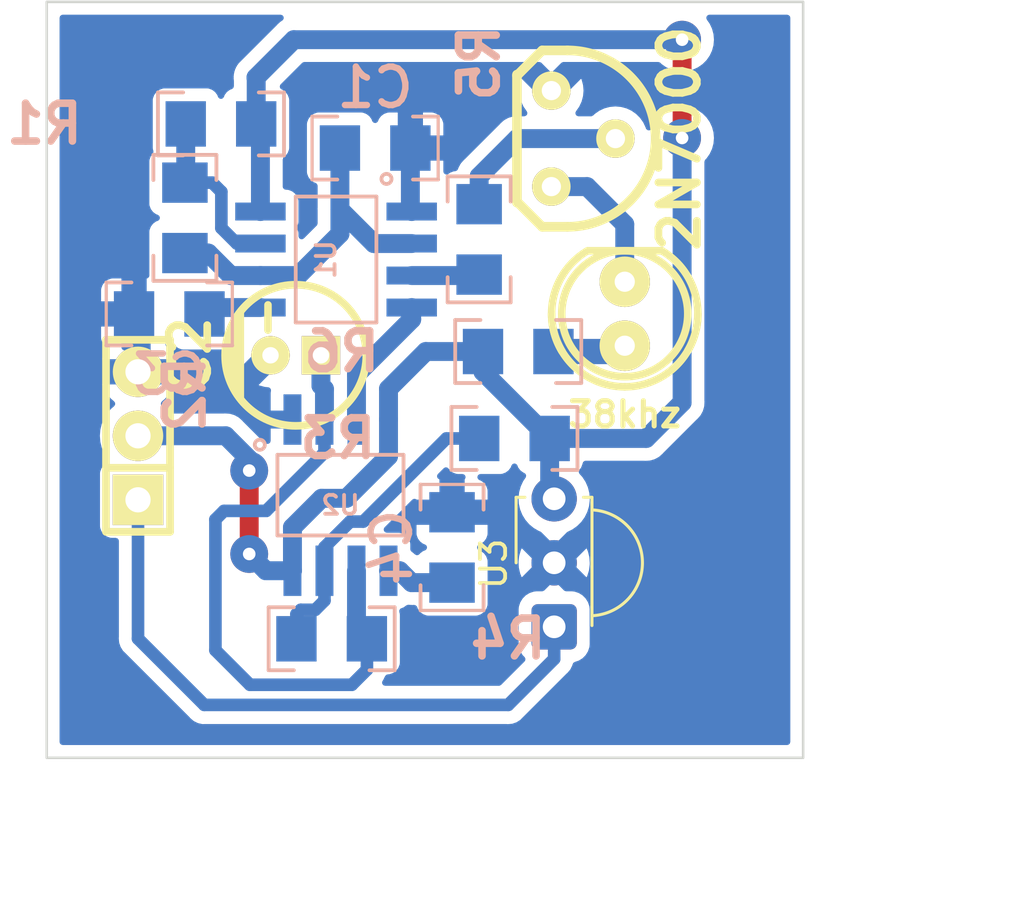
<source format=kicad_pcb>
(kicad_pcb (version 20211014) (generator pcbnew)
  (layers (0 "F.Cu" signal) (31 "B.Cu" signal) (34 "B.Paste" user) (35 "F.Paste" user) (36 "B.SilkS" user "B.Silkscreen") (37 "F.SilkS" user "F.Silkscreen") (38 "B.Mask" user) (39 "F.Mask" user) (44 "Edge.Cuts" user))
  (net 0 "")
  (net 1 "Net-(C1-Pad1)")
  (net 2 "GND")
  (net 3 "Net-(C2-Pad1)")
  (net 4 "Net-(C3-Pad1)")
  (net 5 "Net-(C4-Pad1)")
  (net 6 "Net-(D1-Pad1)")
  (net 7 "Net-(D1-Pad2)")
  (net 8 "/OUT")
  (net 9 "+5V")
  (net 10 "Net-(Q1-Pad2)")
  (net 11 "Net-(R1-Pad2)")
  (net 12 "Net-(R3-Pad2)")
  (net 13 "/38KHz")
  (net 14 "/Modulated")
  (footprint "EESTN5:to92" (layer "F.Cu") (at 150.65 65.425 -90)
    (fp_text reference "Q1" hide)
    (fp_text value "2N7000" (at 0 -4.445 90) (layer "F.SilkS") (effects (font (size 1.524 1.524) (thickness 0.3048))))
    (fp_line (start 2.5 2) (end 3.5 1) (layer "F.SilkS") (width 0.381))
    (fp_line (start 2.54 2) (end -2.54 2) (layer "F.SilkS") (width 0.381))
    (fp_line (start 3.5 1) (end 3.5 0) (layer "F.SilkS") (width 0.381))
    (fp_line (start -3.5 1) (end -3.5 0) (layer "F.SilkS") (width 0.381))
    (fp_line (start -2.5 2) (end -3.5 1) (layer "F.SilkS") (width 0.381))
    (fp_arc (start -3.5 0) (mid 0 -3.5) (end 3.5 0) (layer "F.SilkS") (width 0.381))
    (pad "1" thru_hole circle locked (at -1.905 0.635 270) (size 1.524 1.524) (drill 0.762) (layers *.Cu *.Mask "F.SilkS") (net 2 "GND"))
    (pad "2" thru_hole circle locked (at 0 -1.905 270) (size 1.524 1.524) (drill 0.762) (layers *.Cu *.Mask "F.SilkS") (net 10 "Net-(Q1-Pad2)"))
    (pad "3" thru_hole circle locked (at 1.905 0.635 270) (size 1.524 1.524) (drill 0.762) (layers *.Cu *.Mask "F.SilkS") (net 7 "Net-(D1-Pad2)"))
  )
  (footprint "EESTN5:CAP_ELEC_5x11mm" (layer "F.Cu") (at 139.875 74.025 90)
    (fp_text reference "C2" (at 0 -4.2 90) (layer "F.SilkS") (effects (font (size 1.524 1.524) (thickness 0.3048))))
    (fp_text value "10uF" hide)
    (fp_line (start -1.7 -2.2) (end 1.7 -2.2) (layer "F.SilkS") (width 0.3048))
    (fp_line (start 1 -1.1) (end 2 -1.1) (layer "F.SilkS") (width 0.3))
    (fp_line (start -1.3 -2.4) (end 1.3 -2.4) (layer "F.SilkS") (width 0.3048))
    (fp_line (start -0.8 -2.6) (end 0.8 -2.6) (layer "F.SilkS") (width 0.3048))
    (fp_circle (center 0 0) (end 2.8 0) (layer "F.SilkS") (width 0.3048) (fill none))
    (pad "1" thru_hole rect locked (at 0 1 90) (size 1.524 1.524) (drill 0.65) (layers *.Cu *.Mask "F.SilkS") (net 3 "Net-(C2-Pad1)"))
    (pad "2" thru_hole circle locked (at 0 -1 90) (size 1.524 1.524) (drill 0.65) (layers *.Cu *.Mask "F.SilkS") (net 2 "GND"))
  )
  (footprint "EESTN5:Pin_Strip_3" (layer "F.Cu") (at 133.62 77.22 90)
    (fp_text reference "J1" hide)
    (fp_text value "Salida" hide)
    (fp_line (start 3.81 1.27) (end -3.81 1.27) (layer "F.SilkS") (width 0.3048))
    (fp_line (start 3.81 -1.27) (end 3.81 1.27) (layer "F.SilkS") (width 0.3048))
    (fp_line (start -3.81 -1.27) (end -3.81 1.27) (layer "F.SilkS") (width 0.3048))
    (fp_line (start -3.81 -1.27) (end 3.81 -1.27) (layer "F.SilkS") (width 0.3048))
    (fp_line (start -1.27 -1.27) (end -1.27 1.27) (layer "F.SilkS") (width 0.3048))
    (pad "1" thru_hole rect locked (at -2.54 0 90) (size 2 2) (drill 1) (layers *.Cu *.Mask "F.SilkS") (net 8 "/OUT"))
    (pad "2" thru_hole oval locked (at 0 0 90) (size 2 2) (drill 1) (layers *.Cu *.Mask "F.SilkS") (net 9 "+5V"))
    (pad "3" thru_hole oval locked (at 2.54 0 90) (size 2 2) (drill 1) (layers *.Cu *.Mask "F.SilkS") (net 2 "GND"))
  )
  (footprint "OptoDevice:Vishay_MINICAST-3Pin" (layer "F.Cu") (at 150.125 84.8 90)
    (fp_text reference "U3" (at 2.5 -2.4 90) (layer "F.SilkS"))
    (fp_text value "TSSP58P38")
    (fp_line (start 5.14 -1.51) (end 2.54 -1.51) (layer "F.SilkS") (width 0.12))
    (fp_line (start 5.14 -1.16) (end 5.14 -1.51) (layer "F.SilkS") (width 0.12))
    (fp_line (start 5.14 1.16) (end 5.14 1.5) (layer "F.SilkS") (width 0.12))
    (fp_line (start 5.14 1.5) (end 0.05 1.5) (layer "F.SilkS") (width 0.12))
    (fp_arc (start 4.64 1.5) (mid 2.540869 3.502378) (end 0.440083 1.501736) (layer "F.SilkS") (width 0.12))
    (pad "1" thru_hole roundrect (at 0 0 90) (size 1.8 1.8) (drill 0.9) (layers *.Cu *.Mask) (roundrect_rratio 0.139) (net 8 "/OUT"))
    (pad "2" thru_hole circle (at 2.54 0 90) (size 1.8 1.8) (drill 0.9) (layers *.Cu *.Mask) (net 2 "GND"))
    (pad "3" thru_hole circle (at 5.08 0 90) (size 1.8 1.8) (drill 0.9) (layers *.Cu *.Mask) (net 9 "+5V"))
  )
  (footprint "EESTN5:led_5mm_clear" (layer "F.Cu") (at 152.925 72.375 180)
    (fp_text reference "D1" hide)
    (fp_text value "38khz" (at 0 -4) (layer "F.SilkS") (effects (font (thickness 0.2))))
    (fp_line (start -1.47066 2.49936) (end 1.47066 2.49936) (layer "F.SilkS") (width 0.29972))
    (fp_arc (start -2.90068 0) (mid -2.05109 -2.05109) (end 0 -2.90068) (layer "F.SilkS") (width 0.29972))
    (fp_arc (start 2.4892 -1.49098) (mid 2.814412 0.705848) (end 1.49098 2.4892) (layer "F.SilkS") (width 0.29972))
    (fp_arc (start 0 -2.90068) (mid 2.05109 -2.05109) (end 2.90068 0) (layer "F.SilkS") (width 0.29972))
    (fp_arc (start -1.47066 2.49936) (mid -2.807228 0.727401) (end -2.49936 -1.47066) (layer "F.SilkS") (width 0.29972))
    (fp_circle (center 0 0) (end -2.49936 0) (layer "F.SilkS") (width 0.29972) (fill none))
    (pad "1" thru_hole circle locked (at 0 -1.27 180) (size 1.99898 1.99898) (drill 0.8001) (layers *.Cu *.Mask "F.SilkS") (net 6 "Net-(D1-Pad1)"))
    (pad "2" thru_hole circle locked (at 0 1.27 180) (size 1.99898 1.99898) (drill 0.8001) (layers *.Cu *.Mask "F.SilkS") (net 7 "Net-(D1-Pad2)"))
  )
  (footprint "EESTN5:R_1206" (layer "B.Cu") (at 148.7 73.875)
    (fp_text reference "R6" (at -7 0) (layer "B.SilkS") (effects (font (size 1.5 1.5) (thickness 0.3)) (justify mirror)))
    (fp_text value "220" hide)
    (fp_line (start 1.5 1.25) (end 2.5 1.25) (layer "B.SilkS") (width 0.15))
    (fp_line (start -2.5 -1.25) (end -1.5 -1.25) (layer "B.SilkS") (width 0.15))
    (fp_line (start 2.5 -1.25) (end 2.5 1.25) (layer "B.SilkS") (width 0.15))
    (fp_line (start 1.5 -1.25) (end 2.5 -1.25) (layer "B.SilkS") (width 0.15))
    (fp_line (start -2.5 1.25) (end -2.5 -1.25) (layer "B.SilkS") (width 0.15))
    (fp_line (start -1.5 1.25) (end -2.5 1.25) (layer "B.SilkS") (width 0.15))
    (pad "1" smd rect locked (at 1.397 0) (size 1.6002 1.8034) (layers "B.Cu" "B.Paste" "B.Mask") (net 6 "Net-(D1-Pad1)"))
    (pad "2" smd rect locked (at -1.397 0) (size 1.6002 1.8034) (layers "B.Cu" "B.Paste" "B.Mask") (net 9 "+5V"))
  )
  (footprint "EESTN5:R_1206" (layer "B.Cu") (at 135.48 68.57 90)
    (fp_text reference "R2" (at -7 0 90) (layer "B.SilkS") (effects (font (size 1.5 1.5) (thickness 0.3)) (justify mirror)))
    (fp_text value "18k" hide)
    (fp_line (start 1.5 -1.25) (end 2.5 -1.25) (layer "B.SilkS") (width 0.15))
    (fp_line (start 1.5 1.25) (end 2.5 1.25) (layer "B.SilkS") (width 0.15))
    (fp_line (start -2.5 -1.25) (end -1.5 -1.25) (layer "B.SilkS") (width 0.15))
    (fp_line (start -2.5 1.25) (end -2.5 -1.25) (layer "B.SilkS") (width 0.15))
    (fp_line (start 2.5 -1.25) (end 2.5 1.25) (layer "B.SilkS") (width 0.15))
    (fp_line (start -1.5 1.25) (end -2.5 1.25) (layer "B.SilkS") (width 0.15))
    (pad "1" smd rect locked (at 1.397 0 90) (size 1.6002 1.8034) (layers "B.Cu" "B.Paste" "B.Mask") (net 11 "Net-(R1-Pad2)"))
    (pad "2" smd rect locked (at -1.397 0 90) (size 1.6002 1.8034) (layers "B.Cu" "B.Paste" "B.Mask") (net 1 "Net-(C1-Pad1)"))
  )
  (footprint "EESTN5:SOIC-8_Hand_Soldering" (layer "B.Cu") (at 141.65 79.575)
    (fp_text reference "U2" (at 0 0.4) (layer "B.SilkS") (effects (font (size 0.7493 0.7493) (thickness 0.14986)) (justify mirror)))
    (fp_text value "LM555xN" hide)
    (fp_line (start 2.5 1.6) (end -2.5 1.6) (layer "B.SilkS") (width 0.15))
    (fp_line (start -2.5 -1.6) (end 2.5 -1.6) (layer "B.SilkS") (width 0.15))
    (fp_line (start 2.5 1.6) (end 2.5 -1.6) (layer "B.SilkS") (width 0.15))
    (fp_line (start -2.5 1.6) (end -2.5 -1.6) (layer "B.SilkS") (width 0.15))
    (fp_circle (center -3.2 -2) (end -3 -2) (layer "B.SilkS") (width 0.15) (fill none))
    (pad "1" smd rect locked (at -1.905 -3) (size 0.7112 2) (layers "B.Cu" "B.Paste" "B.Mask") (net 2 "GND"))
    (pad "2" smd rect locked (at -0.635 -3) (size 0.7112 2) (layers "B.Cu" "B.Paste" "B.Mask") (net 3 "Net-(C2-Pad1)"))
    (pad "3" smd rect locked (at 0.635 -3) (size 0.7112 2) (layers "B.Cu" "B.Paste" "B.Mask") (net 14 "/Modulated"))
    (pad "4" smd rect locked (at 1.905 -3) (size 0.7112 2) (layers "B.Cu" "B.Paste" "B.Mask") (net 9 "+5V"))
    (pad "5" smd rect locked (at 1.905 3 180) (size 0.7112 2) (layers "B.Cu" "B.Paste" "B.Mask") (net 5 "Net-(C4-Pad1)"))
    (pad "6" smd rect locked (at 0.635 3 180) (size 0.7112 2) (layers "B.Cu" "B.Paste" "B.Mask") (net 3 "Net-(C2-Pad1)"))
    (pad "7" smd rect locked (at -0.635 3 180) (size 0.7112 2) (layers "B.Cu" "B.Paste" "B.Mask") (net 12 "Net-(R3-Pad2)"))
    (pad "8" smd rect locked (at -1.905 3 180) (size 0.7112 2) (layers "B.Cu" "B.Paste" "B.Mask") (net 9 "+5V"))
  )
  (footprint "EESTN5:R_1206" (layer "B.Cu") (at 136.91 64.843429)
    (fp_text reference "R1" (at -7 0) (layer "B.SilkS") (effects (font (size 1.5 1.5) (thickness 0.3)) (justify mirror)))
    (fp_text value "220" hide)
    (fp_line (start 2.5 -1.25) (end 2.5 1.25) (layer "B.SilkS") (width 0.15))
    (fp_line (start -2.5 1.25) (end -2.5 -1.25) (layer "B.SilkS") (width 0.15))
    (fp_line (start -2.5 -1.25) (end -1.5 -1.25) (layer "B.SilkS") (width 0.15))
    (fp_line (start 1.5 1.25) (end 2.5 1.25) (layer "B.SilkS") (width 0.15))
    (fp_line (start 1.5 -1.25) (end 2.5 -1.25) (layer "B.SilkS") (width 0.15))
    (fp_line (start -1.5 1.25) (end -2.5 1.25) (layer "B.SilkS") (width 0.15))
    (pad "1" smd rect locked (at 1.397 0) (size 1.6002 1.8034) (layers "B.Cu" "B.Paste" "B.Mask") (net 9 "+5V"))
    (pad "2" smd rect locked (at -1.397 0) (size 1.6002 1.8034) (layers "B.Cu" "B.Paste" "B.Mask") (net 11 "Net-(R1-Pad2)"))
  )
  (footprint "EESTN5:R_1206" (layer "B.Cu") (at 141.3 85.275 180)
    (fp_text reference "R4" (at -7 0) (layer "B.SilkS") (effects (font (size 1.5 1.5) (thickness 0.3)) (justify mirror)))
    (fp_text value "33K" hide)
    (fp_line (start -2.5 -1.25) (end -1.5 -1.25) (layer "B.SilkS") (width 0.15))
    (fp_line (start 1.5 1.25) (end 2.5 1.25) (layer "B.SilkS") (width 0.15))
    (fp_line (start -1.5 1.25) (end -2.5 1.25) (layer "B.SilkS") (width 0.15))
    (fp_line (start 2.5 -1.25) (end 2.5 1.25) (layer "B.SilkS") (width 0.15))
    (fp_line (start 1.5 -1.25) (end 2.5 -1.25) (layer "B.SilkS") (width 0.15))
    (fp_line (start -2.5 1.25) (end -2.5 -1.25) (layer "B.SilkS") (width 0.15))
    (pad "1" smd rect locked (at 1.397 0 180) (size 1.6002 1.8034) (layers "B.Cu" "B.Paste" "B.Mask") (net 12 "Net-(R3-Pad2)"))
    (pad "2" smd rect locked (at -1.397 0 180) (size 1.6002 1.8034) (layers "B.Cu" "B.Paste" "B.Mask") (net 3 "Net-(C2-Pad1)"))
  )
  (footprint "EESTN5:SOIC-8_Hand_Soldering" (layer "B.Cu") (at 141.475 70.225 -90)
    (fp_text reference "U1" (at 0 0.4 90) (layer "B.SilkS") (effects (font (size 0.7493 0.7493) (thickness 0.14986)) (justify mirror)))
    (fp_text value "LM555xN" hide)
    (fp_line (start -2.5 -1.6) (end 2.5 -1.6) (layer "B.SilkS") (width 0.15))
    (fp_line (start -2.5 1.6) (end -2.5 -1.6) (layer "B.SilkS") (width 0.15))
    (fp_line (start 2.5 1.6) (end 2.5 -1.6) (layer "B.SilkS") (width 0.15))
    (fp_line (start 2.5 1.6) (end -2.5 1.6) (layer "B.SilkS") (width 0.15))
    (fp_circle (center -3.2 -2) (end -3 -2) (layer "B.SilkS") (width 0.15) (fill none))
    (pad "1" smd rect locked (at -1.905 -3 270) (size 0.7112 2) (layers "B.Cu" "B.Paste" "B.Mask") (net 2 "GND"))
    (pad "2" smd rect locked (at -0.635 -3 270) (size 0.7112 2) (layers "B.Cu" "B.Paste" "B.Mask") (net 1 "Net-(C1-Pad1)"))
    (pad "3" smd rect locked (at 0.635 -3 270) (size 0.7112 2) (layers "B.Cu" "B.Paste" "B.Mask") (net 13 "/38KHz"))
    (pad "4" smd rect locked (at 1.905 -3 270) (size 0.7112 2) (layers "B.Cu" "B.Paste" "B.Mask") (net 14 "/Modulated"))
    (pad "5" smd rect locked (at 1.905 3 90) (size 0.7112 2) (layers "B.Cu" "B.Paste" "B.Mask") (net 4 "Net-(C3-Pad1)"))
    (pad "6" smd rect locked (at 0.635 3 90) (size 0.7112 2) (layers "B.Cu" "B.Paste" "B.Mask") (net 1 "Net-(C1-Pad1)"))
    (pad "7" smd rect locked (at -0.635 3 90) (size 0.7112 2) (layers "B.Cu" "B.Paste" "B.Mask") (net 11 "Net-(R1-Pad2)"))
    (pad "8" smd rect locked (at -1.905 3 90) (size 0.7112 2) (layers "B.Cu" "B.Paste" "B.Mask") (net 9 "+5V"))
  )
  (footprint "EESTN5:C_1206" (layer "B.Cu") (at 143.025 65.8 180)
    (fp_text reference "C1" (at 0 2.4) (layer "B.SilkS") (effects (font (size 1.524 1.524) (thickness 0.254)) (justify mirror)))
    (fp_text value "1nF" hide)
    (fp_line (start -2.5 1.25) (end -2.5 -1.25) (layer "B.SilkS") (width 0.127))
    (fp_line (start 1.5 1.25) (end 2.5 1.25) (layer "B.SilkS") (width 0.15))
    (fp_line (start 1.5 -1.25) (end 2.5 -1.25) (layer "B.SilkS") (width 0.15))
    (fp_line (start -1.5 1.25) (end -2.5 1.25) (layer "B.SilkS") (width 0.15))
    (fp_line (start -1.5 -1.25) (end -2.5 -1.25) (layer "B.SilkS") (width 0.15))
    (fp_line (start 2.5 -1.25) (end 2.5 1.25) (layer "B.SilkS") (width 0.127))
    (pad "1" smd rect locked (at 1.397 0 180) (size 1.6002 1.8034) (layers "B.Cu" "B.Paste" "B.Mask") (net 1 "Net-(C1-Pad1)"))
    (pad "2" smd rect locked (at -1.397 0 180) (size 1.6002 1.8034) (layers "B.Cu" "B.Paste" "B.Mask") (net 2 "GND"))
  )
  (footprint "EESTN5:R_1206" (layer "B.Cu") (at 147.15 69.425 -90)
    (fp_text reference "R5" (at -7 0 90) (layer "B.SilkS") (effects (font (size 1.5 1.5) (thickness 0.3)) (justify mirror)))
    (fp_text value "12k" hide)
    (fp_line (start -2.5 1.25) (end -2.5 -1.25) (layer "B.SilkS") (width 0.15))
    (fp_line (start -1.5 1.25) (end -2.5 1.25) (layer "B.SilkS") (width 0.15))
    (fp_line (start 1.5 1.25) (end 2.5 1.25) (layer "B.SilkS") (width 0.15))
    (fp_line (start -2.5 -1.25) (end -1.5 -1.25) (layer "B.SilkS") (width 0.15))
    (fp_line (start 2.5 -1.25) (end 2.5 1.25) (layer "B.SilkS") (width 0.15))
    (fp_line (start 1.5 -1.25) (end 2.5 -1.25) (layer "B.SilkS") (width 0.15))
    (pad "1" smd rect locked (at 1.397 0 270) (size 1.6002 1.8034) (layers "B.Cu" "B.Paste" "B.Mask") (net 13 "/38KHz"))
    (pad "2" smd rect locked (at -1.397 0 270) (size 1.6002 1.8034) (layers "B.Cu" "B.Paste" "B.Mask") (net 10 "Net-(Q1-Pad2)"))
  )
  (footprint "EESTN5:C_1206" (layer "B.Cu") (at 146.075 81.65 -90)
    (fp_text reference "C4" (at 0 2.4 90) (layer "B.SilkS") (effects (font (size 1.524 1.524) (thickness 0.254)) (justify mirror)))
    (fp_text value "10nF" hide)
    (fp_line (start -1.5 -1.25) (end -2.5 -1.25) (layer "B.SilkS") (width 0.15))
    (fp_line (start 2.5 -1.25) (end 2.5 1.25) (layer "B.SilkS") (width 0.127))
    (fp_line (start -1.5 1.25) (end -2.5 1.25) (layer "B.SilkS") (width 0.15))
    (fp_line (start 1.5 1.25) (end 2.5 1.25) (layer "B.SilkS") (width 0.15))
    (fp_line (start 1.5 -1.25) (end 2.5 -1.25) (layer "B.SilkS") (width 0.15))
    (fp_line (start -2.5 1.25) (end -2.5 -1.25) (layer "B.SilkS") (width 0.127))
    (pad "1" smd rect locked (at 1.397 0 270) (size 1.6002 1.8034) (layers "B.Cu" "B.Paste" "B.Mask") (net 5 "Net-(C4-Pad1)"))
    (pad "2" smd rect locked (at -1.397 0 270) (size 1.6002 1.8034) (layers "B.Cu" "B.Paste" "B.Mask") (net 2 "GND"))
  )
  (footprint "EESTN5:C_1206" (layer "B.Cu") (at 134.86 72.38462)
    (fp_text reference "C3" (at 0 2.4) (layer "B.SilkS") (effects (font (size 1.524 1.524) (thickness 0.254)) (justify mirror)))
    (fp_text value "10nF" hide)
    (fp_line (start -1.5 -1.25) (end -2.5 -1.25) (layer "B.SilkS") (width 0.15))
    (fp_line (start 2.5 -1.25) (end 2.5 1.25) (layer "B.SilkS") (width 0.127))
    (fp_line (start -2.5 1.25) (end -2.5 -1.25) (layer "B.SilkS") (width 0.127))
    (fp_line (start 1.5 1.25) (end 2.5 1.25) (layer "B.SilkS") (width 0.15))
    (fp_line (start -1.5 1.25) (end -2.5 1.25) (layer "B.SilkS") (width 0.15))
    (fp_line (start 1.5 -1.25) (end 2.5 -1.25) (layer "B.SilkS") (width 0.15))
    (pad "1" smd rect locked (at 1.397 0) (size 1.6002 1.8034) (layers "B.Cu" "B.Paste" "B.Mask") (net 4 "Net-(C3-Pad1)"))
    (pad "2" smd rect locked (at -1.397 0) (size 1.6002 1.8034) (layers "B.Cu" "B.Paste" "B.Mask") (net 2 "GND"))
  )
  (footprint "EESTN5:R_1206" (layer "B.Cu") (at 148.55 77.325)
    (fp_text reference "R3" (at -7 0) (layer "B.SilkS") (effects (font (size 1.5 1.5) (thickness 0.3)) (justify mirror)))
    (fp_text value "220" hide)
    (fp_line (start 1.5 -1.25) (end 2.5 -1.25) (layer "B.SilkS") (width 0.15))
    (fp_line (start 1.5 1.25) (end 2.5 1.25) (layer "B.SilkS") (width 0.15))
    (fp_line (start -1.5 1.25) (end -2.5 1.25) (layer "B.SilkS") (width 0.15))
    (fp_line (start -2.5 1.25) (end -2.5 -1.25) (layer "B.SilkS") (width 0.15))
    (fp_line (start -2.5 -1.25) (end -1.5 -1.25) (layer "B.SilkS") (width 0.15))
    (fp_line (start 2.5 -1.25) (end 2.5 1.25) (layer "B.SilkS") (width 0.15))
    (pad "1" smd rect locked (at 1.397 0) (size 1.6002 1.8034) (layers "B.Cu" "B.Paste" "B.Mask") (net 9 "+5V"))
    (pad "2" smd rect locked (at -1.397 0) (size 1.6002 1.8034) (layers "B.Cu" "B.Paste" "B.Mask") (net 12 "Net-(R3-Pad2)"))
  )
  (gr_rect (start 130 90) (end 160 60) (layer "Edge.Cuts") (width 0.1) (fill none))
  (segment (start 139.975 70.86) (end 141.628 69.207) (width 0.75) (layer "B.Cu") (net 1))
  (segment (start 141.628 68.243) (end 142.975 69.59) (width 0.75) (layer "B.Cu") (net 1))
  (segment (start 136.407 69.967) (end 135.48 69.967) (width 0.75) (layer "B.Cu") (net 1))
  (segment (start 138.475 70.86) (end 139.975 70.86) (width 0.75) (layer "B.Cu") (net 1))
  (segment (start 137.3 70.86) (end 136.407 69.967) (width 0.75) (layer "B.Cu") (net 1))
  (segment (start 142.975 69.59) (end 144.475 69.59) (width 0.75) (layer "B.Cu") (net 1))
  (segment (start 141.628 65.8) (end 141.628 68.243) (width 0.75) (layer "B.Cu") (net 1))
  (segment (start 138.475 70.86) (end 137.3 70.86) (width 0.75) (layer "B.Cu") (net 1))
  (segment (start 141.628 69.207) (end 141.628 68.243) (width 0.75) (layer "B.Cu") (net 1))
  (segment (start 144.422 65.8) (end 144.422 68.267) (width 0.75) (layer "B.Cu") (net 2))
  (segment (start 144.422 68.267) (end 144.475 68.32) (width 0.75) (layer "B.Cu") (net 2))
  (segment (start 136.69 80.54) (end 137.03 80.2) (width 0.5) (layer "B.Cu") (net 3))
  (segment (start 136.69 85.73) (end 136.69 80.54) (width 0.5) (layer "B.Cu") (net 3))
  (segment (start 142.7 86.5) (end 142.1 87.1) (width 0.5) (layer "B.Cu") (net 3))
  (segment (start 141.015 77.885) (end 141.015 76.575) (width 0.5) (layer "B.Cu") (net 3))
  (segment (start 138.06 87.1) (end 136.69 85.73) (width 0.5) (layer "B.Cu") (net 3))
  (segment (start 140.875 75.225) (end 141.015 75.365) (width 0.75) (layer "B.Cu") (net 3))
  (segment (start 140.875 74.025) (end 140.875 75.225) (width 0.75) (layer "B.Cu") (net 3))
  (segment (start 142.285 82.575) (end 142.285 85.237) (width 0.75) (layer "B.Cu") (net 3))
  (segment (start 138.7 80.2) (end 141.015 77.885) (width 0.5) (layer "B.Cu") (net 3))
  (segment (start 141.015 75.365) (end 141.015 76.575) (width 0.75) (layer "B.Cu") (net 3))
  (segment (start 142.1 87.1) (end 138.06 87.1) (width 0.5) (layer "B.Cu") (net 3))
  (segment (start 142.285 85.237) (end 142.7 85.652) (width 0.5) (layer "B.Cu") (net 3))
  (segment (start 142.7 85.652) (end 142.7 86.5) (width 0.5) (layer "B.Cu") (net 3))
  (segment (start 137.03 80.2) (end 138.7 80.2) (width 0.5) (layer "B.Cu") (net 3))
  (segment (start 136.51162 72.13) (end 136.257 72.38462) (width 0.75) (layer "B.Cu") (net 4))
  (segment (start 138.475 72.13) (end 136.51162 72.13) (width 0.75) (layer "B.Cu") (net 4))
  (segment (start 144.472 83.047) (end 146.075 83.047) (width 0.75) (layer "B.Cu") (net 5))
  (segment (start 144 82.575) (end 144.472 83.047) (width 0.75) (layer "B.Cu") (net 5))
  (segment (start 143.555 82.575) (end 144 82.575) (width 0.75) (layer "B.Cu") (net 5))
  (segment (start 150.097 73.875) (end 152.695 73.875) (width 1) (layer "B.Cu") (net 6))
  (segment (start 152.695 73.875) (end 152.925 73.645) (width 0.5) (layer "B.Cu") (net 6))
  (segment (start 150.015 67.33) (end 151.43 67.33) (width 0.75) (layer "B.Cu") (net 7))
  (segment (start 152.925 68.825) (end 152.925 71.105) (width 0.75) (layer "B.Cu") (net 7))
  (segment (start 151.43 67.33) (end 152.925 68.825) (width 0.75) (layer "B.Cu") (net 7))
  (segment (start 136.248832 87.899511) (end 133.62 85.270679) (width 0.5) (layer "B.Cu") (net 8))
  (segment (start 150.125 86.075) (end 148.300489 87.899511) (width 0.5) (layer "B.Cu") (net 8))
  (segment (start 133.62 85.270679) (end 133.62 79.76) (width 0.5) (layer "B.Cu") (net 8))
  (segment (start 150.125 84.8) (end 150.125 86.075) (width 0.5) (layer "B.Cu") (net 8))
  (segment (start 148.300489 87.899511) (end 136.248832 87.899511) (width 0.5) (layer "B.Cu") (net 8))
  (segment (start 138.03 81.91) (end 138.03 78.6) (width 0.75) (layer "F.Cu") (net 9))
  (segment (start 155.2 65.4) (end 155.2 61.5) (width 0.75) (layer "F.Cu") (net 9))
  (via (at 138.03 81.91) (size 1.5) (drill 0.5) (layers "F.Cu" "B.Cu") (net 9))
  (via (at 138.03 78.6) (size 1.5) (drill 0.5) (layers "F.Cu" "B.Cu") (net 9))
  (via (at 155.2 65.4) (size 1.5) (drill 0.5) (layers "F.Cu" "B.Cu") (net 9))
  (via (at 155.2 61.5) (size 1.5) (drill 0.5) (layers "F.Cu" "B.Cu") (net 9))
  (segment (start 138.03 78.15) (end 137.1 77.22) (width 0.75) (layer "B.Cu") (net 9))
  (segment (start 138.307 63.007) (end 138.307 64.843429) (width 0.75) (layer "B.Cu") (net 9))
  (segment (start 139.745 82.575) (end 138.695 82.575) (width 0.75) (layer "B.Cu") (net 9))
  (segment (start 139.8 61.5) (end 138.3 63) (width 0.75) (layer "B.Cu") (net 9))
  (segment (start 138.3 63) (end 138.307 63.007) (width 0.75) (layer "B.Cu") (net 9))
  (segment (start 149.947 79.542) (end 150.125 79.72) (width 0.75) (layer "B.Cu") (net 9))
  (segment (start 147.303 73.875) (end 147.303 74.681) (width 0.75) (layer "B.Cu") (net 9))
  (segment (start 139.745 82.575) (end 139.745 80.855) (width 0.75) (layer "B.Cu") (net 9))
  (segment (start 141.8875 79.7) (end 143.555 78.0325) (width 0.75) (layer "B.Cu") (net 9))
  (segment (start 145.035 73.875) (end 147.303 73.875) (width 0.75) (layer "B.Cu") (net 9))
  (segment (start 149.947 77.325) (end 153.775 77.325) (width 0.75) (layer "B.Cu") (net 9))
  (segment (start 138.03 78.6) (end 138.03 78.15) (width 0.75) (layer "B.Cu") (net 9))
  (segment (start 138.695 82.575) (end 138.03 81.91) (width 0.75) (layer "B.Cu") (net 9))
  (segment (start 147.303 74.681) (end 149.947 77.325) (width 0.75) (layer "B.Cu") (net 9))
  (segment (start 143.555 76.575) (end 143.555 75.355) (width 0.75) (layer "B.Cu") (net 9))
  (segment (start 143.555 78.0325) (end 143.555 76.575) (width 0.75) (layer "B.Cu") (net 9))
  (segment (start 140.9 79.7) (end 141.8875 79.7) (width 0.75) (layer "B.Cu") (net 9))
  (segment (start 153.775 77.325) (end 155.2 75.9) (width 0.75) (layer "B.Cu") (net 9))
  (segment (start 138.475 68.32) (end 138.475 65.011429) (width 0.75) (layer "B.Cu") (net 9))
  (segment (start 139.745 80.855) (end 140.9 79.7) (width 0.75) (layer "B.Cu") (net 9))
  (segment (start 143.555 75.355) (end 145.035 73.875) (width 0.75) (layer "B.Cu") (net 9))
  (segment (start 138.475 65.011429) (end 138.307 64.843429) (width 0.75) (layer "B.Cu") (net 9))
  (segment (start 137.1 77.22) (end 133.62 77.22) (width 0.75) (layer "B.Cu") (net 9))
  (segment (start 149.947 77.325) (end 149.947 79.542) (width 0.75) (layer "B.Cu") (net 9))
  (segment (start 155.2 61.5) (end 139.8 61.5) (width 0.75) (layer "B.Cu") (net 9))
  (segment (start 155.2 75.9) (end 155.2 65.4) (width 0.75) (layer "B.Cu") (net 9))
  (segment (start 147.15 66.925) (end 148.65 65.425) (width 0.75) (layer "B.Cu") (net 10))
  (segment (start 147.15 68.028) (end 147.15 66.925) (width 0.75) (layer "B.Cu") (net 10))
  (segment (start 148.65 65.425) (end 152.555 65.425) (width 0.75) (layer "B.Cu") (net 10))
  (segment (start 137.54 69.59) (end 136.925489 68.975489) (width 0.5) (layer "B.Cu") (net 11))
  (segment (start 135.513 67.14) (end 135.48 67.173) (width 0.75) (layer "B.Cu") (net 11))
  (segment (start 136.925489 67.535489) (end 136.563 67.173) (width 0.5) (layer "B.Cu") (net 11))
  (segment (start 136.563 67.173) (end 135.48 67.173) (width 0.5) (layer "B.Cu") (net 11))
  (segment (start 135.513 64.843429) (end 135.513 67.14) (width 0.75) (layer "B.Cu") (net 11))
  (segment (start 136.925489 68.975489) (end 136.925489 67.535489) (width 0.5) (layer "B.Cu") (net 11))
  (segment (start 138.475 69.59) (end 137.54 69.59) (width 0.5) (layer "B.Cu") (net 11))
  (segment (start 141.015 81.640679) (end 142.031168 80.624511) (width 0.5) (layer "B.Cu") (net 12))
  (segment (start 141.015 82.575) (end 141.015 81.640679) (width 0.5) (layer "B.Cu") (net 12))
  (segment (start 145.8529 77.325) (end 147.153 77.325) (width 0.5) (layer "B.Cu") (net 12))
  (segment (start 141.015 83.759622) (end 141.015 82.575) (width 0.5) (layer "B.Cu") (net 12))
  (segment (start 139.903 85.275) (end 139.903 84.297) (width 0.5) (layer "B.Cu") (net 12))
  (segment (start 140.650111 84.124511) (end 141.015 83.759622) (width 0.5) (layer "B.Cu") (net 12))
  (segment (start 139.903 84.297) (end 140.075489 84.124511) (width 0.5) (layer "B.Cu") (net 12))
  (segment (start 142.553389 80.624511) (end 145.8529 77.325) (width 0.5) (layer "B.Cu") (net 12))
  (segment (start 142.031168 80.624511) (end 142.553389 80.624511) (width 0.5) (layer "B.Cu") (net 12))
  (segment (start 140.075489 84.124511) (end 140.650111 84.124511) (width 0.5) (layer "B.Cu") (net 12))
  (segment (start 147.112 70.86) (end 147.15 70.822) (width 0.75) (layer "B.Cu") (net 13))
  (segment (start 144.475 70.86) (end 147.112 70.86) (width 0.75) (layer "B.Cu") (net 13))
  (segment (start 144.475 72.6) (end 144.475 72.13) (width 0.75) (layer "B.Cu") (net 14))
  (segment (start 142.285 74.79) (end 144.475 72.6) (width 0.75) (layer "B.Cu") (net 14))
  (segment (start 142.285 76.575) (end 142.285 74.79) (width 0.75) (layer "B.Cu") (net 14))
  (zone (net 2) (net_name "GND") (layer "B.Cu") (connect_pads (clearance 0.508)) (min_thickness 0.254) (fill yes (thermal_gap 0.508) (thermal_bridge_width 1))
    (polygon (pts (xy 160 90) (xy 130 90) (xy 130 60) (xy 160 60)))
  )
)
</source>
